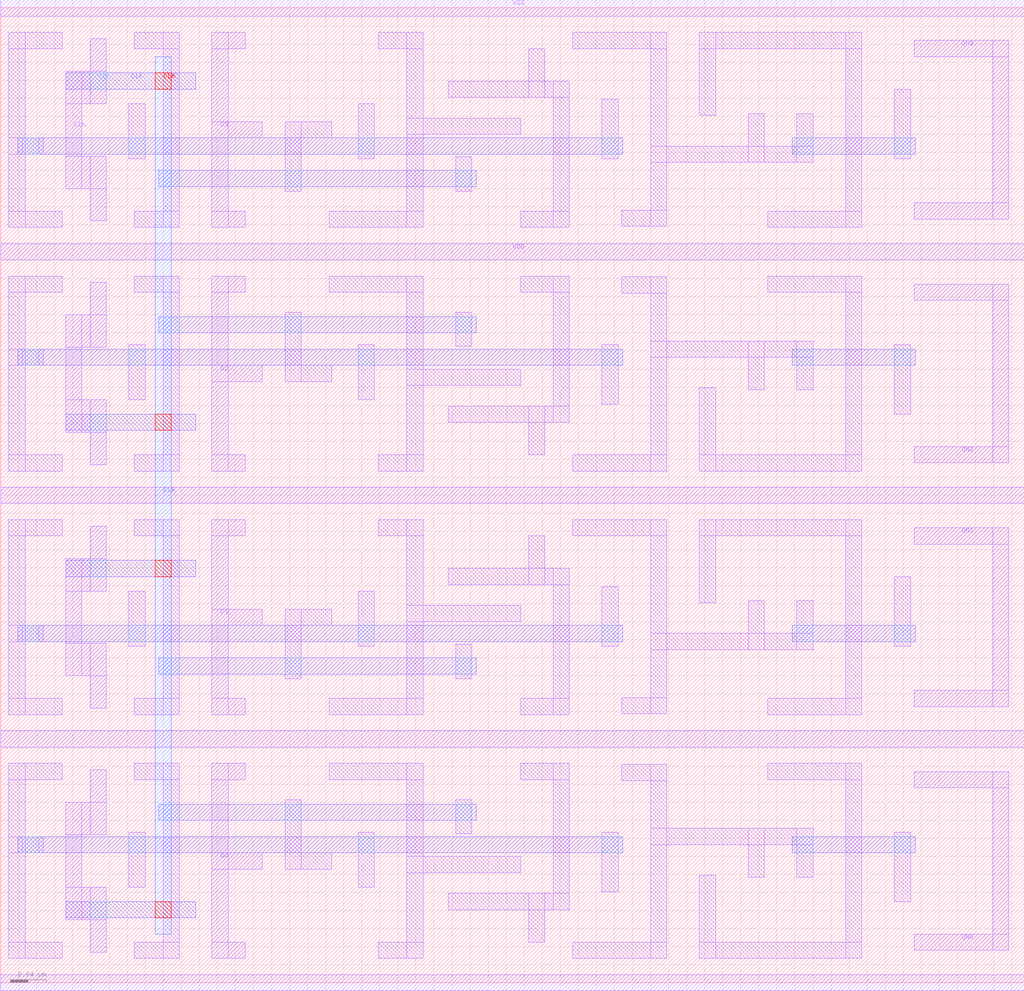
<source format=lef>
VERSION 5.8 ;
BUSBITCHARS "[]" ;
DIVIDERCHAR "/" ;
SITE asap7sc7p5t_R4
  CLASS CORE ;
  SIZE 0.054 BY 1.08 ;
  SYMMETRY Y ;
END asap7sc7p5t_R4

MACRO DFFHQNV4Xx2_ASAP7_75t_SL
  CLASS CORE ;
  ORIGIN 0.0 0.0 ;
  FOREIGN DFFHQNV4Xx2_ASAP7_75t_SL 0.0 0.0 ;
  SIZE 1.134 BY 1.08 ;
  SYMMETRY X Y ;
  SITE asap7sc7p5t_R4 ;
    PIN VDD
      USE POWER ;
      DIRECTION INOUT ;
      SHAPE ABUTMENT ;
      PORT
        LAYER M1 ;
          RECT 0.0 0.261 1.134 0.279 ;
          RECT 0.0 0.801 1.134 0.819 ;
      END
    END VDD
    PIN VSS
      USE GROUND ;
      DIRECTION INOUT ;
      SHAPE ABUTMENT ;
      PORT
        LAYER M1 ;
          RECT 0.0 -0.009 1.134 0.009 ;
          RECT 0.0 0.549 1.134 0.531 ;
          RECT 0.0 1.089 1.134 1.071 ;
      END
    END VSS
    PIN CLK
      USE CLOCK ;
      DIRECTION INPUT ;
      PORT
        LAYER M1 ;
          RECT 0.099 0.164 0.117 0.236 ;
          RECT 0.072 0.07 0.117 0.106 ;
          RECT 0.099 0.034 0.117 0.106 ;
          RECT 0.072 0.164 0.117 0.2 ;
          RECT 0.072 0.07 0.09 0.2 ;
          RECT 0.099 0.376 0.117 0.304 ;
          RECT 0.072 0.47 0.117 0.434 ;
          RECT 0.099 0.506 0.117 0.434 ;
          RECT 0.072 0.376 0.117 0.34 ;
          RECT 0.072 0.47 0.09 0.34 ;
          RECT 0.099 0.704 0.117 0.776 ;
          RECT 0.072 0.61 0.117 0.646 ;
          RECT 0.099 0.574 0.117 0.646 ;
          RECT 0.072 0.704 0.117 0.74 ;
          RECT 0.072 0.61 0.09 0.74 ;
          RECT 0.099 0.916 0.117 0.844 ;
          RECT 0.072 1.01 0.117 0.974 ;
          RECT 0.099 1.046 0.117 0.974 ;
          RECT 0.072 0.916 0.117 0.88 ;
          RECT 0.072 1.01 0.09 0.88 ;
        LAYER M2 ;
          RECT 0.072 0.072 0.216 0.09 ;
          RECT 0.072 0.45 0.216 0.468 ;
          RECT 0.072 0.612 0.216 0.63 ;
          RECT 0.072 0.99 0.216 1.008 ;
        LAYER V1 ;
          RECT 0.099 0.072 0.117 0.09 ;
          RECT 0.099 0.45 0.117 0.468 ;
          RECT 0.099 0.612 0.117 0.63 ;
          RECT 0.099 0.99 0.117 1.008 ;
        LAYER M3 ;
          RECT 0.171 0.054 0.189 1.026 ;
        LAYER V2 ;
          RECT 0.171 0.072 0.189 0.09 ;
          RECT 0.171 0.45 0.189 0.468 ;
          RECT 0.171 0.612 0.189 0.63 ;
          RECT 0.171 0.99 0.189 1.008 ;
      END
    END CLK
    PIN D0
      USE SIGNAL ;
      DIRECTION INPUT ;
      PORT
        LAYER M1 ;
          RECT 0.234 0.126 0.29 0.144 ;
          RECT 0.234 0.225 0.271 0.243 ;
          RECT 0.234 0.027 0.271 0.045 ;
          RECT 0.234 0.027 0.252 0.243 ;
      END
    END D0
    PIN QN0
      USE SIGNAL ;
      DIRECTION OUTPUT ;
      PORT
        LAYER M1 ;
          RECT 1.012 0.216 1.117 0.234 ;
          RECT 1.099 0.036 1.117 0.234 ;
          RECT 1.012 0.036 1.117 0.054 ;
      END
    END QN0
    PIN D1
      USE SIGNAL ;
      DIRECTION INPUT ;
      PORT
        LAYER M1 ;
          RECT 0.234 0.414 0.29 0.396 ;
          RECT 0.234 0.315 0.271 0.297 ;
          RECT 0.234 0.513 0.271 0.495 ;
          RECT 0.234 0.513 0.252 0.297 ;
      END
    END D1
    PIN QN1
      USE SIGNAL ;
      DIRECTION OUTPUT ;
      PORT
        LAYER M1 ;
          RECT 1.012 0.324 1.117 0.306 ;
          RECT 1.099 0.504 1.117 0.306 ;
          RECT 1.012 0.504 1.117 0.486 ;
      END
    END QN1
    PIN D2
      USE SIGNAL ;
      DIRECTION INPUT ;
      PORT
        LAYER M1 ;
          RECT 0.234 0.666 0.29 0.684 ;
          RECT 0.234 0.765 0.271 0.783 ;
          RECT 0.234 0.567 0.271 0.585 ;
          RECT 0.234 0.567 0.252 0.783 ;
      END
    END D2
    PIN QN2
      USE SIGNAL ;
      DIRECTION OUTPUT ;
      PORT
        LAYER M1 ;
          RECT 1.012 0.756 1.117 0.774 ;
          RECT 1.099 0.576 1.117 0.774 ;
          RECT 1.012 0.576 1.117 0.594 ;
      END
    END QN2
    PIN D3
      USE SIGNAL ;
      DIRECTION INPUT ;
      PORT
        LAYER M1 ;
          RECT 0.234 0.954 0.29 0.936 ;
          RECT 0.234 0.855 0.271 0.837 ;
          RECT 0.234 1.053 0.271 1.035 ;
          RECT 0.234 1.053 0.252 0.837 ;
      END
    END D3
    PIN QN3
      USE SIGNAL ;
      DIRECTION OUTPUT ;
      PORT
        LAYER M1 ;
          RECT 1.012 0.864 1.117 0.846 ;
          RECT 1.099 1.044 1.117 0.846 ;
          RECT 1.012 1.044 1.117 1.026 ;
      END
    END QN3
    OBS
      LAYER M1 ;
        RECT 0.85 0.225 0.954 0.243 ;
        RECT 0.936 0.027 0.954 0.243 ;
        RECT 0.774 0.027 0.792 0.119 ;
        RECT 0.774 0.027 0.954 0.045 ;
        RECT 0.688 0.224 0.738 0.242 ;
        RECT 0.72 0.027 0.738 0.242 ;
        RECT 0.72 0.153 0.9 0.171 ;
        RECT 0.882 0.117 0.9 0.171 ;
        RECT 0.828 0.117 0.846 0.171 ;
        RECT 0.634 0.027 0.738 0.045 ;
        RECT 0.576 0.225 0.63 0.243 ;
        RECT 0.612 0.081 0.63 0.243 ;
        RECT 0.496 0.081 0.63 0.099 ;
        RECT 0.585 0.045 0.603 0.099 ;
        RECT 0.364 0.225 0.468 0.243 ;
        RECT 0.45 0.027 0.468 0.243 ;
        RECT 0.45 0.122 0.576 0.14 ;
        RECT 0.418 0.027 0.468 0.045 ;
        RECT 0.315 0.126 0.333 0.203 ;
        RECT 0.315 0.126 0.367 0.144 ;
        RECT 0.148 0.225 0.198 0.243 ;
        RECT 0.18 0.027 0.198 0.243 ;
        RECT 0.148 0.027 0.198 0.045 ;
        RECT 0.009 0.225 0.068 0.243 ;
        RECT 0.009 0.027 0.027 0.243 ;
        RECT 0.009 0.144 0.047 0.162 ;
        RECT 0.009 0.027 0.068 0.045 ;
        RECT 0.99 0.09 1.008 0.167 ;
        RECT 0.666 0.101 0.684 0.167 ;
        RECT 0.504 0.165 0.522 0.203 ;
        RECT 0.396 0.106 0.414 0.167 ;
        RECT 0.142 0.106 0.16 0.167 ;
        RECT 0.85 0.315 0.954 0.297 ;
        RECT 0.936 0.513 0.954 0.297 ;
        RECT 0.774 0.513 0.792 0.421 ;
        RECT 0.774 0.513 0.954 0.495 ;
        RECT 0.688 0.316 0.738 0.298 ;
        RECT 0.72 0.513 0.738 0.298 ;
        RECT 0.72 0.387 0.9 0.369 ;
        RECT 0.882 0.423 0.9 0.369 ;
        RECT 0.828 0.423 0.846 0.369 ;
        RECT 0.634 0.513 0.738 0.495 ;
        RECT 0.576 0.315 0.63 0.297 ;
        RECT 0.612 0.459 0.63 0.297 ;
        RECT 0.496 0.459 0.63 0.441 ;
        RECT 0.585 0.495 0.603 0.441 ;
        RECT 0.364 0.315 0.468 0.297 ;
        RECT 0.45 0.513 0.468 0.297 ;
        RECT 0.45 0.418 0.576 0.4 ;
        RECT 0.418 0.513 0.468 0.495 ;
        RECT 0.315 0.414 0.333 0.337 ;
        RECT 0.315 0.414 0.367 0.396 ;
        RECT 0.148 0.315 0.198 0.297 ;
        RECT 0.18 0.513 0.198 0.297 ;
        RECT 0.148 0.513 0.198 0.495 ;
        RECT 0.009 0.315 0.068 0.297 ;
        RECT 0.009 0.513 0.027 0.297 ;
        RECT 0.009 0.396 0.047 0.378 ;
        RECT 0.009 0.513 0.068 0.495 ;
        RECT 0.99 0.45 1.008 0.373 ;
        RECT 0.666 0.439 0.684 0.373 ;
        RECT 0.504 0.375 0.522 0.337 ;
        RECT 0.396 0.434 0.414 0.373 ;
        RECT 0.142 0.434 0.16 0.373 ;
        RECT 0.85 0.765 0.954 0.783 ;
        RECT 0.936 0.567 0.954 0.783 ;
        RECT 0.774 0.567 0.792 0.659 ;
        RECT 0.774 0.567 0.954 0.585 ;
        RECT 0.688 0.764 0.738 0.782 ;
        RECT 0.72 0.567 0.738 0.782 ;
        RECT 0.72 0.693 0.9 0.711 ;
        RECT 0.882 0.657 0.9 0.711 ;
        RECT 0.828 0.657 0.846 0.711 ;
        RECT 0.634 0.567 0.738 0.585 ;
        RECT 0.576 0.765 0.63 0.783 ;
        RECT 0.612 0.621 0.63 0.783 ;
        RECT 0.496 0.621 0.63 0.639 ;
        RECT 0.585 0.585 0.603 0.639 ;
        RECT 0.364 0.765 0.468 0.783 ;
        RECT 0.45 0.567 0.468 0.783 ;
        RECT 0.45 0.662 0.576 0.68 ;
        RECT 0.418 0.567 0.468 0.585 ;
        RECT 0.315 0.666 0.333 0.743 ;
        RECT 0.315 0.666 0.367 0.684 ;
        RECT 0.148 0.765 0.198 0.783 ;
        RECT 0.18 0.567 0.198 0.783 ;
        RECT 0.148 0.567 0.198 0.585 ;
        RECT 0.009 0.765 0.068 0.783 ;
        RECT 0.009 0.567 0.027 0.783 ;
        RECT 0.009 0.684 0.047 0.702 ;
        RECT 0.009 0.567 0.068 0.585 ;
        RECT 0.99 0.63 1.008 0.707 ;
        RECT 0.666 0.641 0.684 0.707 ;
        RECT 0.504 0.705 0.522 0.743 ;
        RECT 0.396 0.646 0.414 0.707 ;
        RECT 0.142 0.646 0.16 0.707 ;
        RECT 0.85 0.855 0.954 0.837 ;
        RECT 0.936 1.053 0.954 0.837 ;
        RECT 0.774 1.053 0.792 0.961 ;
        RECT 0.774 1.053 0.954 1.035 ;
        RECT 0.688 0.856 0.738 0.838 ;
        RECT 0.72 1.053 0.738 0.838 ;
        RECT 0.72 0.927 0.9 0.909 ;
        RECT 0.882 0.963 0.9 0.909 ;
        RECT 0.828 0.963 0.846 0.909 ;
        RECT 0.634 1.053 0.738 1.035 ;
        RECT 0.576 0.855 0.63 0.837 ;
        RECT 0.612 0.999 0.63 0.837 ;
        RECT 0.496 0.999 0.63 0.981 ;
        RECT 0.585 1.035 0.603 0.981 ;
        RECT 0.364 0.855 0.468 0.837 ;
        RECT 0.45 1.053 0.468 0.837 ;
        RECT 0.45 0.958 0.576 0.94 ;
        RECT 0.418 1.053 0.468 1.035 ;
        RECT 0.315 0.954 0.333 0.877 ;
        RECT 0.315 0.954 0.367 0.936 ;
        RECT 0.148 0.855 0.198 0.837 ;
        RECT 0.18 1.053 0.198 0.837 ;
        RECT 0.148 1.053 0.198 1.035 ;
        RECT 0.009 0.855 0.068 0.837 ;
        RECT 0.009 1.053 0.027 0.837 ;
        RECT 0.009 0.936 0.047 0.918 ;
        RECT 0.009 1.053 0.068 1.035 ;
        RECT 0.99 0.99 1.008 0.913 ;
        RECT 0.666 0.979 0.684 0.913 ;
        RECT 0.504 0.915 0.522 0.877 ;
        RECT 0.396 0.974 0.414 0.913 ;
        RECT 0.142 0.974 0.16 0.913 ;
      LAYER M2 ;
        RECT 0.877 0.144 1.013 0.162 ;
        RECT 0.019 0.144 0.689 0.162 ;
        RECT 0.175 0.18 0.527 0.198 ;
        RECT 0.877 0.396 1.013 0.378 ;
        RECT 0.019 0.396 0.689 0.378 ;
        RECT 0.175 0.36 0.527 0.342 ;
        RECT 0.877 0.684 1.013 0.702 ;
        RECT 0.019 0.684 0.689 0.702 ;
        RECT 0.175 0.72 0.527 0.738 ;
        RECT 0.877 0.936 1.013 0.918 ;
        RECT 0.019 0.936 0.689 0.918 ;
        RECT 0.175 0.9 0.527 0.882 ;
      LAYER V1 ;
        RECT 0.99 0.144 1.008 0.162 ;
        RECT 0.882 0.144 0.9 0.162 ;
        RECT 0.666 0.144 0.684 0.162 ;
        RECT 0.504 0.18 0.522 0.198 ;
        RECT 0.396 0.144 0.414 0.162 ;
        RECT 0.315 0.18 0.333 0.198 ;
        RECT 0.18 0.18 0.198 0.198 ;
        RECT 0.142 0.144 0.16 0.162 ;
        RECT 0.024 0.144 0.042 0.162 ;
        RECT 0.99 0.396 1.008 0.378 ;
        RECT 0.882 0.396 0.9 0.378 ;
        RECT 0.666 0.396 0.684 0.378 ;
        RECT 0.504 0.36 0.522 0.342 ;
        RECT 0.396 0.396 0.414 0.378 ;
        RECT 0.315 0.36 0.333 0.342 ;
        RECT 0.18 0.36 0.198 0.342 ;
        RECT 0.142 0.396 0.16 0.378 ;
        RECT 0.024 0.396 0.042 0.378 ;
        RECT 0.99 0.684 1.008 0.702 ;
        RECT 0.882 0.684 0.9 0.702 ;
        RECT 0.666 0.684 0.684 0.702 ;
        RECT 0.504 0.72 0.522 0.738 ;
        RECT 0.396 0.684 0.414 0.702 ;
        RECT 0.315 0.72 0.333 0.738 ;
        RECT 0.18 0.72 0.198 0.738 ;
        RECT 0.142 0.684 0.16 0.702 ;
        RECT 0.024 0.684 0.042 0.702 ;
        RECT 0.99 0.936 1.008 0.918 ;
        RECT 0.882 0.936 0.9 0.918 ;
        RECT 0.666 0.936 0.684 0.918 ;
        RECT 0.504 0.9 0.522 0.882 ;
        RECT 0.396 0.936 0.414 0.918 ;
        RECT 0.315 0.9 0.333 0.882 ;
        RECT 0.18 0.9 0.198 0.882 ;
        RECT 0.142 0.936 0.16 0.918 ;
        RECT 0.024 0.936 0.042 0.918 ;
    END
END DFFHQNV4Xx2_ASAP7_75t_SL

END LIBRARY

</source>
